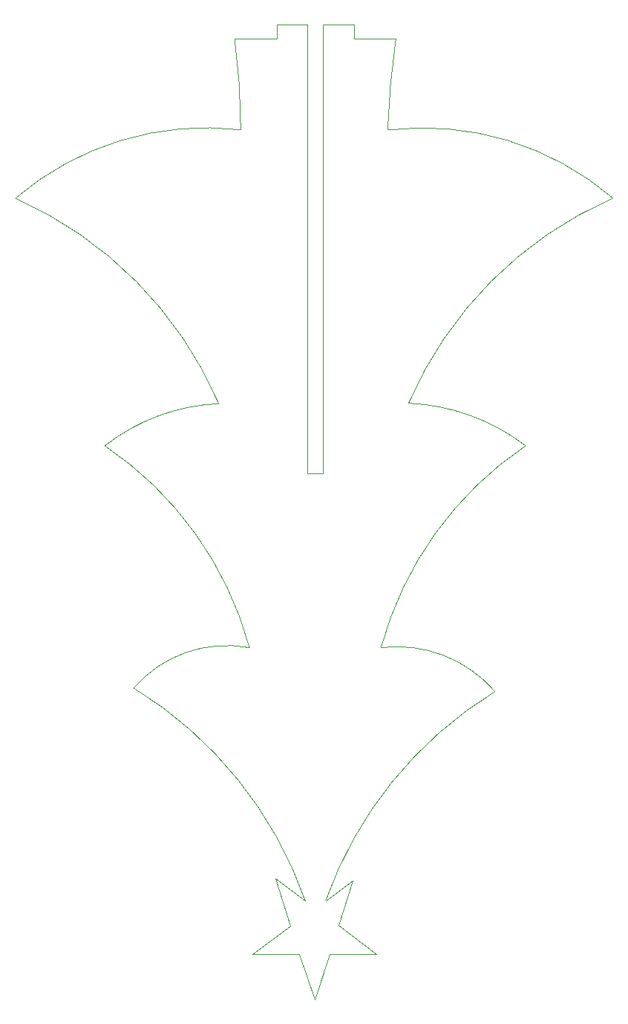
<source format=gko>
%TF.GenerationSoftware,KiCad,Pcbnew,(6.0.7)*%
%TF.CreationDate,2022-11-21T20:11:54+01:00*%
%TF.ProjectId,Arbolito Tronco 2,4172626f-6c69-4746-9f20-54726f6e636f,rev?*%
%TF.SameCoordinates,Original*%
%TF.FileFunction,Profile,NP*%
%FSLAX46Y46*%
G04 Gerber Fmt 4.6, Leading zero omitted, Abs format (unit mm)*
G04 Created by KiCad (PCBNEW (6.0.7)) date 2022-11-21 20:11:54*
%MOMM*%
%LPD*%
G01*
G04 APERTURE LIST*
%TA.AperFunction,Profile*%
%ADD10C,0.1*%
%TD*%
G04 APERTURE END LIST*
D10*
X0150400000Y0063900000D02*
X0150400000Y0115000000D01*
X0141999995Y0043999999D02*
G75*
G03*
X0125500000Y0067000000I-0039068195J-0010608698D01*
G01*
X0151100000Y0009050000D02*
X0156500000Y0009050000D01*
X0153900000Y0115000000D02*
X0153900000Y0113400000D01*
X0146650000Y0012300000D02*
X0144950000Y0017700000D01*
X0146650000Y0012300000D02*
X0142300000Y0009100000D01*
X0153900000Y0113400000D02*
X0158700000Y0113400000D01*
X0140999998Y0102999981D02*
G75*
G03*
X0115300000Y0095200000I-0003955898J-0033204980D01*
G01*
X0170000000Y0038999999D02*
G75*
G03*
X0150700000Y0015200000I0024050169J-0039228289D01*
G01*
X0173500000Y0067000000D02*
G75*
G03*
X0157000000Y0044000000I0022568229J-0033608730D01*
G01*
X0149400000Y0003950000D02*
X0151100000Y0009050000D01*
X0148600000Y0063900000D02*
X0148600000Y0115000000D01*
X0150400000Y0115000000D02*
X0153900000Y0115000000D01*
X0183462079Y0095210808D02*
G75*
G03*
X0160150000Y0071850000I0017821030J-0041095988D01*
G01*
X0183462082Y0095210811D02*
G75*
G03*
X0157762953Y0102978087I-0021678582J-0025328410D01*
G01*
X0145100000Y0115000000D02*
X0148600000Y0115000000D01*
X0138499999Y0071800026D02*
G75*
G03*
X0125500000Y0067000000I0000994100J-0022696426D01*
G01*
X0147700000Y0009050000D02*
X0142300000Y0009100000D01*
X0142000005Y0044000027D02*
G75*
G03*
X0128800000Y0039400000I-0002599405J-0013779927D01*
G01*
X0140999996Y0103000000D02*
G75*
G03*
X0140300000Y0113400000I-0072790896J0000324200D01*
G01*
X0147700000Y0009050000D02*
X0149400000Y0003950000D01*
X0158699998Y0113400000D02*
G75*
G03*
X0157762953Y0102978087I0093617202J-0013670300D01*
G01*
X0148349997Y0015199999D02*
G75*
G03*
X0128800000Y0039400000I-0043839877J-0015419348D01*
G01*
X0173500003Y0067000004D02*
G75*
G03*
X0160150000Y0071850000I-0014385803J-0018799604D01*
G01*
X0153800000Y0017450000D02*
X0150700000Y0015200000D01*
X0138500036Y0071800016D02*
G75*
G03*
X0115300000Y0095200000I-0041408836J-0017854115D01*
G01*
X0148600000Y0063900000D02*
X0150400000Y0063900000D01*
X0144950000Y0017700000D02*
X0148350000Y0015200000D01*
X0140300000Y0113400000D02*
X0145100000Y0113400000D01*
X0156500000Y0009050000D02*
X0152150000Y0012350000D01*
X0169999990Y0038999991D02*
G75*
G03*
X0157000000Y0044000000I-0011187890J-0009688491D01*
G01*
X0145100000Y0113400000D02*
X0145100000Y0115000000D01*
X0152150000Y0012350000D02*
X0153800000Y0017450000D01*
M02*
</source>
